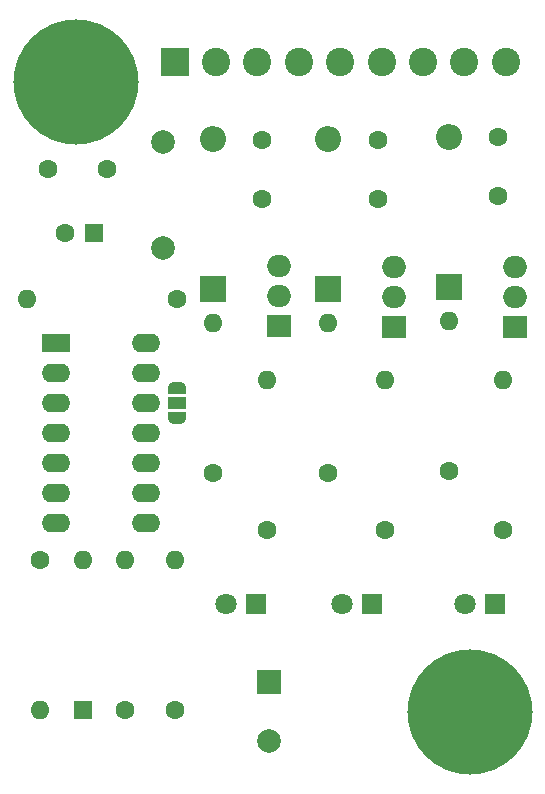
<source format=gbr>
%TF.GenerationSoftware,KiCad,Pcbnew,8.0.4*%
%TF.CreationDate,2024-08-13T22:42:24-06:00*%
%TF.ProjectId,oil-lamp-safety,6f696c2d-6c61-46d7-902d-736166657479,v0.2*%
%TF.SameCoordinates,Original*%
%TF.FileFunction,Soldermask,Bot*%
%TF.FilePolarity,Negative*%
%FSLAX46Y46*%
G04 Gerber Fmt 4.6, Leading zero omitted, Abs format (unit mm)*
G04 Created by KiCad (PCBNEW 8.0.4) date 2024-08-13 22:42:24*
%MOMM*%
%LPD*%
G01*
G04 APERTURE LIST*
G04 Aperture macros list*
%AMFreePoly0*
4,1,19,0.550000,-0.750000,0.000000,-0.750000,0.000000,-0.744911,-0.071157,-0.744911,-0.207708,-0.704816,-0.327430,-0.627875,-0.420627,-0.520320,-0.479746,-0.390866,-0.500000,-0.250000,-0.500000,0.250000,-0.479746,0.390866,-0.420627,0.520320,-0.327430,0.627875,-0.207708,0.704816,-0.071157,0.744911,0.000000,0.744911,0.000000,0.750000,0.550000,0.750000,0.550000,-0.750000,0.550000,-0.750000,
$1*%
%AMFreePoly1*
4,1,19,0.000000,0.744911,0.071157,0.744911,0.207708,0.704816,0.327430,0.627875,0.420627,0.520320,0.479746,0.390866,0.500000,0.250000,0.500000,-0.250000,0.479746,-0.390866,0.420627,-0.520320,0.327430,-0.627875,0.207708,-0.704816,0.071157,-0.744911,0.000000,-0.744911,0.000000,-0.750000,-0.550000,-0.750000,-0.550000,0.750000,0.000000,0.750000,0.000000,0.744911,0.000000,0.744911,
$1*%
G04 Aperture macros list end*
%ADD10C,10.600000*%
%ADD11R,2.000000X1.905000*%
%ADD12O,2.000000X1.905000*%
%ADD13FreePoly0,270.000000*%
%ADD14R,1.500000X1.000000*%
%ADD15FreePoly1,270.000000*%
%ADD16R,2.200000X2.200000*%
%ADD17O,2.200000X2.200000*%
%ADD18R,1.600000X1.600000*%
%ADD19O,1.600000X1.600000*%
%ADD20C,1.600000*%
%ADD21R,1.800000X1.800000*%
%ADD22C,1.800000*%
%ADD23O,2.400000X1.600000*%
%ADD24R,2.400000X1.600000*%
%ADD25C,2.000000*%
%ADD26R,2.000000X2.000000*%
%ADD27R,2.400000X2.400000*%
%ADD28C,2.400000*%
G04 APERTURE END LIST*
D10*
%TO.C,H2*%
X119200000Y-119200000D03*
%TD*%
%TO.C,H1*%
X85800000Y-65800000D03*
%TD*%
D11*
%TO.C,Q3*%
X123000000Y-86540000D03*
D12*
X123000000Y-84000000D03*
X123000000Y-81460000D03*
%TD*%
D11*
%TO.C,Q2*%
X112800000Y-86600000D03*
D12*
X112800000Y-84060000D03*
X112800000Y-81520000D03*
%TD*%
D11*
%TO.C,Q1*%
X103000000Y-86480000D03*
D12*
X103000000Y-83940000D03*
X103000000Y-81400000D03*
%TD*%
D13*
%TO.C,JP1*%
X94400000Y-91700000D03*
D14*
X94400000Y-93000000D03*
D15*
X94400000Y-94300000D03*
%TD*%
D16*
%TO.C,D7*%
X117400000Y-83150000D03*
D17*
X117400000Y-70450000D03*
%TD*%
D16*
%TO.C,D6*%
X107200000Y-83350000D03*
D17*
X107200000Y-70650000D03*
%TD*%
D16*
%TO.C,D5*%
X97400000Y-83350000D03*
D17*
X97400000Y-70650000D03*
%TD*%
D18*
%TO.C,D1*%
X86400000Y-119000000D03*
D19*
X86400000Y-106300000D03*
%TD*%
D20*
%TO.C,R3*%
X82800000Y-106300000D03*
D19*
X82800000Y-119000000D03*
%TD*%
D21*
%TO.C,D2*%
X121275000Y-110000000D03*
D22*
X118735000Y-110000000D03*
%TD*%
D20*
%TO.C,R6*%
X112000000Y-103750000D03*
D19*
X112000000Y-91050000D03*
%TD*%
D21*
%TO.C,D3*%
X110875000Y-110000000D03*
D22*
X108335000Y-110000000D03*
%TD*%
D20*
%TO.C,R9*%
X107200000Y-98950000D03*
D19*
X107200000Y-86250000D03*
%TD*%
D23*
%TO.C,U1*%
X91800000Y-87900000D03*
X91800000Y-90440000D03*
X91800000Y-92980000D03*
X91800000Y-95520000D03*
X91800000Y-98060000D03*
X91800000Y-100600000D03*
X91800000Y-103140000D03*
X84180000Y-103140000D03*
X84180000Y-100600000D03*
X84180000Y-98060000D03*
X84180000Y-95520000D03*
X84180000Y-92980000D03*
X84180000Y-90440000D03*
D24*
X84180000Y-87900000D03*
%TD*%
D25*
%TO.C,FB1*%
X93200000Y-79900000D03*
X93200000Y-70900000D03*
%TD*%
D20*
%TO.C,R1*%
X94400000Y-84200000D03*
D19*
X81700000Y-84200000D03*
%TD*%
D20*
%TO.C,R10*%
X117400000Y-98750000D03*
D19*
X117400000Y-86050000D03*
%TD*%
D20*
%TO.C,R5*%
X90000000Y-119000000D03*
D19*
X90000000Y-106300000D03*
%TD*%
D20*
%TO.C,R4*%
X122000000Y-103750000D03*
D19*
X122000000Y-91050000D03*
%TD*%
D20*
%TO.C,R8*%
X97400000Y-98950000D03*
D19*
X97400000Y-86250000D03*
%TD*%
D20*
%TO.C,C5*%
X111400000Y-75700000D03*
X111400000Y-70700000D03*
%TD*%
%TO.C,R2*%
X94200000Y-119000000D03*
D19*
X94200000Y-106300000D03*
%TD*%
D20*
%TO.C,R7*%
X102000000Y-103750000D03*
D19*
X102000000Y-91050000D03*
%TD*%
D18*
%TO.C,C1*%
X87400000Y-78600000D03*
D20*
X84900000Y-78600000D03*
%TD*%
D21*
%TO.C,D4*%
X101075000Y-110000000D03*
D22*
X98535000Y-110000000D03*
%TD*%
D26*
%TO.C,C2*%
X102200000Y-116600000D03*
D25*
X102200000Y-121600000D03*
%TD*%
D20*
%TO.C,C4*%
X101600000Y-75700000D03*
X101600000Y-70700000D03*
%TD*%
D27*
%TO.C,J1*%
X94200000Y-64100000D03*
D28*
X97700000Y-64100000D03*
X101200000Y-64100000D03*
X104700000Y-64100000D03*
X108200000Y-64100000D03*
X111700000Y-64100000D03*
X115200000Y-64100000D03*
X118700000Y-64100000D03*
X122200000Y-64100000D03*
%TD*%
D20*
%TO.C,C3*%
X88500000Y-73200000D03*
X83500000Y-73200000D03*
%TD*%
%TO.C,C6*%
X121600000Y-75500000D03*
X121600000Y-70500000D03*
%TD*%
M02*

</source>
